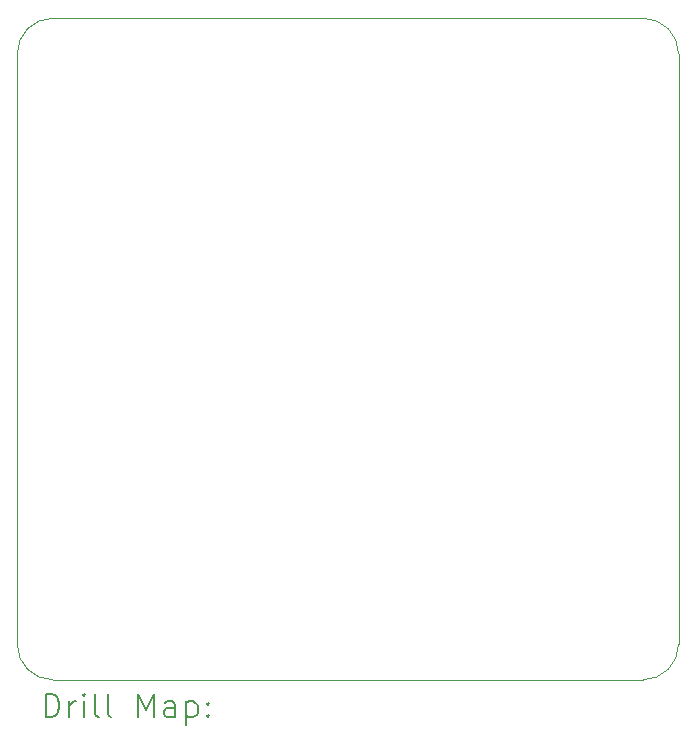
<source format=gbr>
%TF.GenerationSoftware,KiCad,Pcbnew,7.0.1*%
%TF.CreationDate,2024-01-06T02:21:34+00:00*%
%TF.ProjectId,watch_test_rig_support,77617463-685f-4746-9573-745f7269675f,rev?*%
%TF.SameCoordinates,Original*%
%TF.FileFunction,Drillmap*%
%TF.FilePolarity,Positive*%
%FSLAX45Y45*%
G04 Gerber Fmt 4.5, Leading zero omitted, Abs format (unit mm)*
G04 Created by KiCad (PCBNEW 7.0.1) date 2024-01-06 02:21:34*
%MOMM*%
%LPD*%
G01*
G04 APERTURE LIST*
%ADD10C,0.100000*%
%ADD11C,0.200000*%
G04 APERTURE END LIST*
D10*
X17800000Y-6800000D02*
G75*
G03*
X17500000Y-6500000I-300000J0D01*
G01*
X12500000Y-6500000D02*
X17500000Y-6500000D01*
X17500000Y-12100000D02*
G75*
G03*
X17800000Y-11800000I0J300000D01*
G01*
X12200000Y-11800000D02*
X12200000Y-6800000D01*
X17500000Y-12100000D02*
X12500000Y-12100000D01*
X17800000Y-6800000D02*
X17800000Y-11800000D01*
X12500000Y-6500000D02*
G75*
G03*
X12200000Y-6800000I0J-300000D01*
G01*
X12200000Y-11800000D02*
G75*
G03*
X12500000Y-12100000I300000J0D01*
G01*
D11*
X12442619Y-12417524D02*
X12442619Y-12217524D01*
X12442619Y-12217524D02*
X12490238Y-12217524D01*
X12490238Y-12217524D02*
X12518809Y-12227048D01*
X12518809Y-12227048D02*
X12537857Y-12246095D01*
X12537857Y-12246095D02*
X12547381Y-12265143D01*
X12547381Y-12265143D02*
X12556905Y-12303238D01*
X12556905Y-12303238D02*
X12556905Y-12331809D01*
X12556905Y-12331809D02*
X12547381Y-12369905D01*
X12547381Y-12369905D02*
X12537857Y-12388952D01*
X12537857Y-12388952D02*
X12518809Y-12408000D01*
X12518809Y-12408000D02*
X12490238Y-12417524D01*
X12490238Y-12417524D02*
X12442619Y-12417524D01*
X12642619Y-12417524D02*
X12642619Y-12284190D01*
X12642619Y-12322286D02*
X12652143Y-12303238D01*
X12652143Y-12303238D02*
X12661667Y-12293714D01*
X12661667Y-12293714D02*
X12680714Y-12284190D01*
X12680714Y-12284190D02*
X12699762Y-12284190D01*
X12766428Y-12417524D02*
X12766428Y-12284190D01*
X12766428Y-12217524D02*
X12756905Y-12227048D01*
X12756905Y-12227048D02*
X12766428Y-12236571D01*
X12766428Y-12236571D02*
X12775952Y-12227048D01*
X12775952Y-12227048D02*
X12766428Y-12217524D01*
X12766428Y-12217524D02*
X12766428Y-12236571D01*
X12890238Y-12417524D02*
X12871190Y-12408000D01*
X12871190Y-12408000D02*
X12861667Y-12388952D01*
X12861667Y-12388952D02*
X12861667Y-12217524D01*
X12995000Y-12417524D02*
X12975952Y-12408000D01*
X12975952Y-12408000D02*
X12966428Y-12388952D01*
X12966428Y-12388952D02*
X12966428Y-12217524D01*
X13223571Y-12417524D02*
X13223571Y-12217524D01*
X13223571Y-12217524D02*
X13290238Y-12360381D01*
X13290238Y-12360381D02*
X13356905Y-12217524D01*
X13356905Y-12217524D02*
X13356905Y-12417524D01*
X13537857Y-12417524D02*
X13537857Y-12312762D01*
X13537857Y-12312762D02*
X13528333Y-12293714D01*
X13528333Y-12293714D02*
X13509286Y-12284190D01*
X13509286Y-12284190D02*
X13471190Y-12284190D01*
X13471190Y-12284190D02*
X13452143Y-12293714D01*
X13537857Y-12408000D02*
X13518809Y-12417524D01*
X13518809Y-12417524D02*
X13471190Y-12417524D01*
X13471190Y-12417524D02*
X13452143Y-12408000D01*
X13452143Y-12408000D02*
X13442619Y-12388952D01*
X13442619Y-12388952D02*
X13442619Y-12369905D01*
X13442619Y-12369905D02*
X13452143Y-12350857D01*
X13452143Y-12350857D02*
X13471190Y-12341333D01*
X13471190Y-12341333D02*
X13518809Y-12341333D01*
X13518809Y-12341333D02*
X13537857Y-12331809D01*
X13633095Y-12284190D02*
X13633095Y-12484190D01*
X13633095Y-12293714D02*
X13652143Y-12284190D01*
X13652143Y-12284190D02*
X13690238Y-12284190D01*
X13690238Y-12284190D02*
X13709286Y-12293714D01*
X13709286Y-12293714D02*
X13718809Y-12303238D01*
X13718809Y-12303238D02*
X13728333Y-12322286D01*
X13728333Y-12322286D02*
X13728333Y-12379428D01*
X13728333Y-12379428D02*
X13718809Y-12398476D01*
X13718809Y-12398476D02*
X13709286Y-12408000D01*
X13709286Y-12408000D02*
X13690238Y-12417524D01*
X13690238Y-12417524D02*
X13652143Y-12417524D01*
X13652143Y-12417524D02*
X13633095Y-12408000D01*
X13814048Y-12398476D02*
X13823571Y-12408000D01*
X13823571Y-12408000D02*
X13814048Y-12417524D01*
X13814048Y-12417524D02*
X13804524Y-12408000D01*
X13804524Y-12408000D02*
X13814048Y-12398476D01*
X13814048Y-12398476D02*
X13814048Y-12417524D01*
X13814048Y-12293714D02*
X13823571Y-12303238D01*
X13823571Y-12303238D02*
X13814048Y-12312762D01*
X13814048Y-12312762D02*
X13804524Y-12303238D01*
X13804524Y-12303238D02*
X13814048Y-12293714D01*
X13814048Y-12293714D02*
X13814048Y-12312762D01*
M02*

</source>
